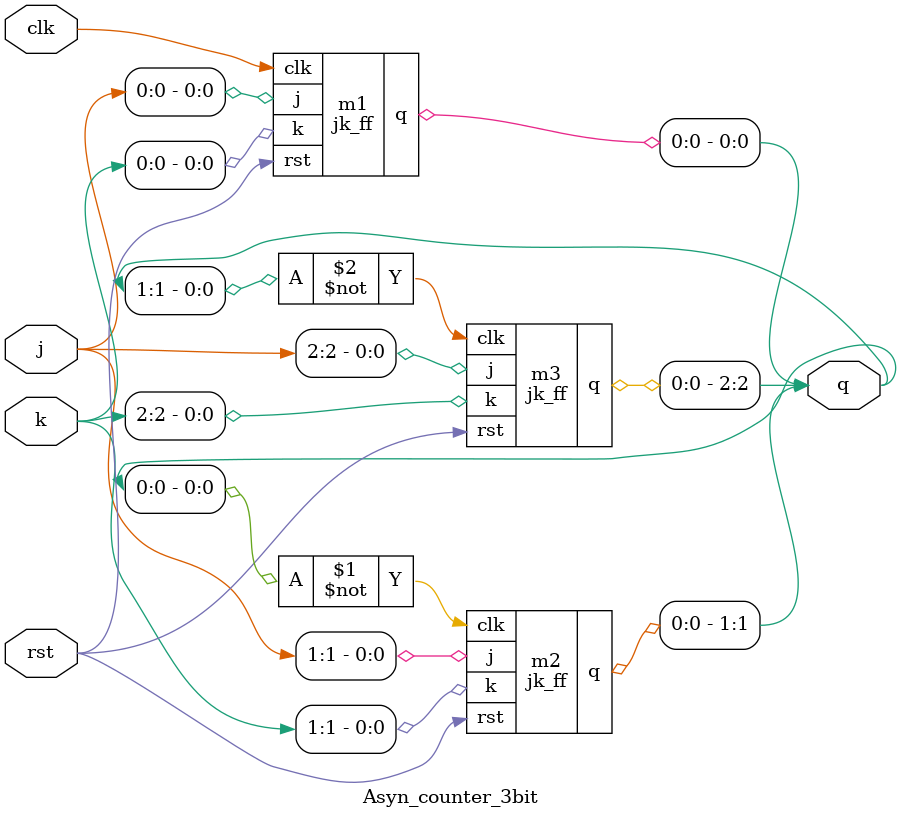
<source format=v>
module jk_ff(j,k,clk,rst,q);
  input j,k,clk,rst;
  output reg q;
  
  always@(posedge clk or posedge rst)
    begin 
      if(rst)
        q<=0;
      else
        begin 
          case({j,k})
            2'b00:q<=q;
            2'b01:q<=0;
            2'b10:q<=1;
            2'b11:q<=~q;
            default:q<=q;
          endcase
        end
    end
      endmodule 
      
      module Asyn_counter_3bit(j,k,clk,rst,q);
        input clk,rst;
        input [2:0]j,k;
        output [2:0]q;
        
        jk_ff m1(j[0],k[0],clk,rst,q[0]);
        jk_ff m2(j[1],k[1],~q[0],rst,q[1]); // connecting qbar as clock to the next stage flip flop
        jk_ff m3(j[2],k[2],~q[1],rst,q[2]);
      endmodule 
        

</source>
